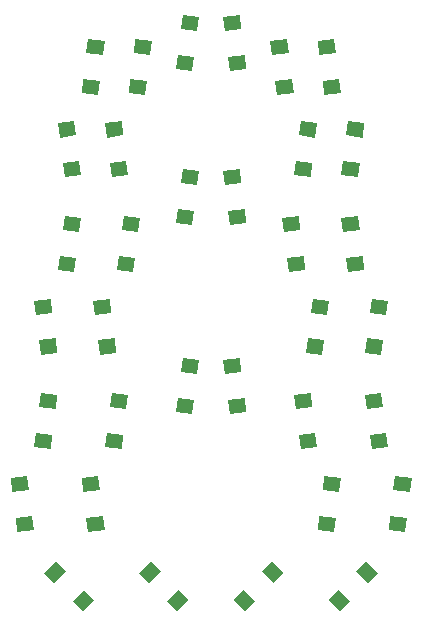
<source format=gbr>
G04 #@! TF.GenerationSoftware,KiCad,Pcbnew,(5.1.9)-1*
G04 #@! TF.CreationDate,2021-09-30T23:41:13-07:00*
G04 #@! TF.ProjectId,Claudia,436c6175-6469-4612-9e6b-696361645f70,rev?*
G04 #@! TF.SameCoordinates,Original*
G04 #@! TF.FileFunction,Paste,Top*
G04 #@! TF.FilePolarity,Positive*
%FSLAX46Y46*%
G04 Gerber Fmt 4.6, Leading zero omitted, Abs format (unit mm)*
G04 Created by KiCad (PCBNEW (5.1.9)-1) date 2021-09-30 23:41:13*
%MOMM*%
%LPD*%
G01*
G04 APERTURE LIST*
%ADD10C,0.100000*%
G04 APERTURE END LIST*
D10*
G36*
X154414483Y-113368164D02*
G01*
X153024918Y-113197547D01*
X153171161Y-112006492D01*
X154560726Y-112177109D01*
X154414483Y-113368164D01*
G37*
G36*
X154828839Y-109993508D02*
G01*
X153439274Y-109822891D01*
X153585517Y-108631836D01*
X154975082Y-108802453D01*
X154828839Y-109993508D01*
G37*
G36*
X152414483Y-98368164D02*
G01*
X151024918Y-98197547D01*
X151171161Y-97006492D01*
X152560726Y-97177109D01*
X152414483Y-98368164D01*
G37*
G36*
X152828839Y-94993508D02*
G01*
X151439274Y-94822891D01*
X151585517Y-93631836D01*
X152975082Y-93802453D01*
X152828839Y-94993508D01*
G37*
G36*
X146414483Y-83368164D02*
G01*
X145024918Y-83197547D01*
X145171161Y-82006492D01*
X146560726Y-82177109D01*
X146414483Y-83368164D01*
G37*
G36*
X146828839Y-79993508D02*
G01*
X145439274Y-79822891D01*
X145585517Y-78631836D01*
X146975082Y-78802453D01*
X146828839Y-79993508D01*
G37*
G36*
X148414483Y-113368164D02*
G01*
X147024918Y-113197547D01*
X147171161Y-112006492D01*
X148560726Y-112177109D01*
X148414483Y-113368164D01*
G37*
G36*
X148828839Y-109993508D02*
G01*
X147439274Y-109822891D01*
X147585517Y-108631836D01*
X148975082Y-108802453D01*
X148828839Y-109993508D01*
G37*
G36*
X147414483Y-98368164D02*
G01*
X146024918Y-98197547D01*
X146171161Y-97006492D01*
X147560726Y-97177109D01*
X147414483Y-98368164D01*
G37*
G36*
X147828839Y-94993508D02*
G01*
X146439274Y-94822891D01*
X146585517Y-93631836D01*
X147975082Y-93802453D01*
X147828839Y-94993508D01*
G37*
G36*
X150414483Y-83368164D02*
G01*
X149024918Y-83197547D01*
X149171161Y-82006492D01*
X150560726Y-82177109D01*
X150414483Y-83368164D01*
G37*
G36*
X150828839Y-79993508D02*
G01*
X149439274Y-79822891D01*
X149585517Y-78631836D01*
X150975082Y-78802453D01*
X150828839Y-79993508D01*
G37*
G36*
X151024918Y-101802453D02*
G01*
X152414483Y-101631836D01*
X152560726Y-102822891D01*
X151171161Y-102993508D01*
X151024918Y-101802453D01*
G37*
G36*
X151439274Y-105177109D02*
G01*
X152828839Y-105006492D01*
X152975082Y-106197547D01*
X151585517Y-106368164D01*
X151439274Y-105177109D01*
G37*
G36*
X149024918Y-86802453D02*
G01*
X150414483Y-86631836D01*
X150560726Y-87822891D01*
X149171161Y-87993508D01*
X149024918Y-86802453D01*
G37*
G36*
X149439274Y-90177109D02*
G01*
X150828839Y-90006492D01*
X150975082Y-91197547D01*
X149585517Y-91368164D01*
X149439274Y-90177109D01*
G37*
G36*
X147024918Y-71802453D02*
G01*
X148414483Y-71631836D01*
X148560726Y-72822891D01*
X147171161Y-72993508D01*
X147024918Y-71802453D01*
G37*
G36*
X147439274Y-75177109D02*
G01*
X148828839Y-75006492D01*
X148975082Y-76197547D01*
X147585517Y-76368164D01*
X147439274Y-75177109D01*
G37*
G36*
X151131371Y-115878679D02*
G01*
X152121321Y-116868629D01*
X151272793Y-117717157D01*
X150282843Y-116727207D01*
X151131371Y-115878679D01*
G37*
G36*
X148727207Y-118282843D02*
G01*
X149717157Y-119272793D01*
X148868629Y-120121321D01*
X147878679Y-119131371D01*
X148727207Y-118282843D01*
G37*
G36*
X145439274Y-105177109D02*
G01*
X146828839Y-105006492D01*
X146975082Y-106197547D01*
X145585517Y-106368164D01*
X145439274Y-105177109D01*
G37*
G36*
X145024918Y-101802453D02*
G01*
X146414483Y-101631836D01*
X146560726Y-102822891D01*
X145171161Y-102993508D01*
X145024918Y-101802453D01*
G37*
G36*
X144024918Y-86802453D02*
G01*
X145414483Y-86631836D01*
X145560726Y-87822891D01*
X144171161Y-87993508D01*
X144024918Y-86802453D01*
G37*
G36*
X144439274Y-90177109D02*
G01*
X145828839Y-90006492D01*
X145975082Y-91197547D01*
X144585517Y-91368164D01*
X144439274Y-90177109D01*
G37*
G36*
X143024918Y-71802453D02*
G01*
X144414483Y-71631836D01*
X144560726Y-72822891D01*
X143171161Y-72993508D01*
X143024918Y-71802453D01*
G37*
G36*
X143439274Y-75177109D02*
G01*
X144828839Y-75006492D01*
X144975082Y-76197547D01*
X143585517Y-76368164D01*
X143439274Y-75177109D01*
G37*
G36*
X143131371Y-115878679D02*
G01*
X144121321Y-116868629D01*
X143272793Y-117717157D01*
X142282843Y-116727207D01*
X143131371Y-115878679D01*
G37*
G36*
X140727207Y-118282843D02*
G01*
X141717157Y-119272793D01*
X140868629Y-120121321D01*
X139878679Y-119131371D01*
X140727207Y-118282843D01*
G37*
G36*
X139439274Y-102177109D02*
G01*
X140828839Y-102006492D01*
X140975082Y-103197547D01*
X139585517Y-103368164D01*
X139439274Y-102177109D01*
G37*
G36*
X139024918Y-98802453D02*
G01*
X140414483Y-98631836D01*
X140560726Y-99822891D01*
X139171161Y-99993508D01*
X139024918Y-98802453D01*
G37*
G36*
X139024918Y-82802453D02*
G01*
X140414483Y-82631836D01*
X140560726Y-83822891D01*
X139171161Y-83993508D01*
X139024918Y-82802453D01*
G37*
G36*
X139439274Y-86177109D02*
G01*
X140828839Y-86006492D01*
X140975082Y-87197547D01*
X139585517Y-87368164D01*
X139439274Y-86177109D01*
G37*
G36*
X139439274Y-73177109D02*
G01*
X140828839Y-73006492D01*
X140975082Y-74197547D01*
X139585517Y-74368164D01*
X139439274Y-73177109D01*
G37*
G36*
X139024918Y-69802453D02*
G01*
X140414483Y-69631836D01*
X140560726Y-70822891D01*
X139171161Y-70993508D01*
X139024918Y-69802453D01*
G37*
G36*
X131878679Y-116868629D02*
G01*
X132868629Y-115878679D01*
X133717157Y-116727207D01*
X132727207Y-117717157D01*
X131878679Y-116868629D01*
G37*
G36*
X134282843Y-119272793D02*
G01*
X135272793Y-118282843D01*
X136121321Y-119131371D01*
X135131371Y-120121321D01*
X134282843Y-119272793D01*
G37*
G36*
X135171161Y-102006492D02*
G01*
X136560726Y-102177109D01*
X136414483Y-103368164D01*
X135024918Y-103197547D01*
X135171161Y-102006492D01*
G37*
G36*
X135585517Y-98631836D02*
G01*
X136975082Y-98802453D01*
X136828839Y-99993508D01*
X135439274Y-99822891D01*
X135585517Y-98631836D01*
G37*
G36*
X135585517Y-82631836D02*
G01*
X136975082Y-82802453D01*
X136828839Y-83993508D01*
X135439274Y-83822891D01*
X135585517Y-82631836D01*
G37*
G36*
X135171161Y-86006492D02*
G01*
X136560726Y-86177109D01*
X136414483Y-87368164D01*
X135024918Y-87197547D01*
X135171161Y-86006492D01*
G37*
G36*
X135171161Y-73006492D02*
G01*
X136560726Y-73177109D01*
X136414483Y-74368164D01*
X135024918Y-74197547D01*
X135171161Y-73006492D01*
G37*
G36*
X135585517Y-69631836D02*
G01*
X136975082Y-69802453D01*
X136828839Y-70993508D01*
X135439274Y-70822891D01*
X135585517Y-69631836D01*
G37*
G36*
X123878679Y-116868629D02*
G01*
X124868629Y-115878679D01*
X125717157Y-116727207D01*
X124727207Y-117717157D01*
X123878679Y-116868629D01*
G37*
G36*
X126282843Y-119272793D02*
G01*
X127272793Y-118282843D01*
X128121321Y-119131371D01*
X127131371Y-120121321D01*
X126282843Y-119272793D01*
G37*
G36*
X129585517Y-101631836D02*
G01*
X130975082Y-101802453D01*
X130828839Y-102993508D01*
X129439274Y-102822891D01*
X129585517Y-101631836D01*
G37*
G36*
X129171161Y-105006492D02*
G01*
X130560726Y-105177109D01*
X130414483Y-106368164D01*
X129024918Y-106197547D01*
X129171161Y-105006492D01*
G37*
G36*
X130585517Y-86631836D02*
G01*
X131975082Y-86802453D01*
X131828839Y-87993508D01*
X130439274Y-87822891D01*
X130585517Y-86631836D01*
G37*
G36*
X130171161Y-90006492D02*
G01*
X131560726Y-90177109D01*
X131414483Y-91368164D01*
X130024918Y-91197547D01*
X130171161Y-90006492D01*
G37*
G36*
X131585517Y-71631836D02*
G01*
X132975082Y-71802453D01*
X132828839Y-72993508D01*
X131439274Y-72822891D01*
X131585517Y-71631836D01*
G37*
G36*
X131171161Y-75006492D02*
G01*
X132560726Y-75177109D01*
X132414483Y-76368164D01*
X131024918Y-76197547D01*
X131171161Y-75006492D01*
G37*
G36*
X123585517Y-101631836D02*
G01*
X124975082Y-101802453D01*
X124828839Y-102993508D01*
X123439274Y-102822891D01*
X123585517Y-101631836D01*
G37*
G36*
X123171161Y-105006492D02*
G01*
X124560726Y-105177109D01*
X124414483Y-106368164D01*
X123024918Y-106197547D01*
X123171161Y-105006492D01*
G37*
G36*
X125585517Y-86631836D02*
G01*
X126975082Y-86802453D01*
X126828839Y-87993508D01*
X125439274Y-87822891D01*
X125585517Y-86631836D01*
G37*
G36*
X125171161Y-90006492D02*
G01*
X126560726Y-90177109D01*
X126414483Y-91368164D01*
X125024918Y-91197547D01*
X125171161Y-90006492D01*
G37*
G36*
X127585517Y-71631836D02*
G01*
X128975082Y-71802453D01*
X128828839Y-72993508D01*
X127439274Y-72822891D01*
X127585517Y-71631836D01*
G37*
G36*
X127171161Y-75006492D02*
G01*
X128560726Y-75177109D01*
X128414483Y-76368164D01*
X127024918Y-76197547D01*
X127171161Y-75006492D01*
G37*
G36*
X128975082Y-113197547D02*
G01*
X127585517Y-113368164D01*
X127439274Y-112177109D01*
X128828839Y-112006492D01*
X128975082Y-113197547D01*
G37*
G36*
X128560726Y-109822891D02*
G01*
X127171161Y-109993508D01*
X127024918Y-108802453D01*
X128414483Y-108631836D01*
X128560726Y-109822891D01*
G37*
G36*
X124975082Y-98197547D02*
G01*
X123585517Y-98368164D01*
X123439274Y-97177109D01*
X124828839Y-97006492D01*
X124975082Y-98197547D01*
G37*
G36*
X124560726Y-94822891D02*
G01*
X123171161Y-94993508D01*
X123024918Y-93802453D01*
X124414483Y-93631836D01*
X124560726Y-94822891D01*
G37*
G36*
X126975082Y-83197547D02*
G01*
X125585517Y-83368164D01*
X125439274Y-82177109D01*
X126828839Y-82006492D01*
X126975082Y-83197547D01*
G37*
G36*
X126560726Y-79822891D02*
G01*
X125171161Y-79993508D01*
X125024918Y-78802453D01*
X126414483Y-78631836D01*
X126560726Y-79822891D01*
G37*
G36*
X122975082Y-113197547D02*
G01*
X121585517Y-113368164D01*
X121439274Y-112177109D01*
X122828839Y-112006492D01*
X122975082Y-113197547D01*
G37*
G36*
X122560726Y-109822891D02*
G01*
X121171161Y-109993508D01*
X121024918Y-108802453D01*
X122414483Y-108631836D01*
X122560726Y-109822891D01*
G37*
G36*
X129975082Y-98197547D02*
G01*
X128585517Y-98368164D01*
X128439274Y-97177109D01*
X129828839Y-97006492D01*
X129975082Y-98197547D01*
G37*
G36*
X129560726Y-94822891D02*
G01*
X128171161Y-94993508D01*
X128024918Y-93802453D01*
X129414483Y-93631836D01*
X129560726Y-94822891D01*
G37*
G36*
X130975082Y-83197547D02*
G01*
X129585517Y-83368164D01*
X129439274Y-82177109D01*
X130828839Y-82006492D01*
X130975082Y-83197547D01*
G37*
G36*
X130560726Y-79822891D02*
G01*
X129171161Y-79993508D01*
X129024918Y-78802453D01*
X130414483Y-78631836D01*
X130560726Y-79822891D01*
G37*
M02*

</source>
